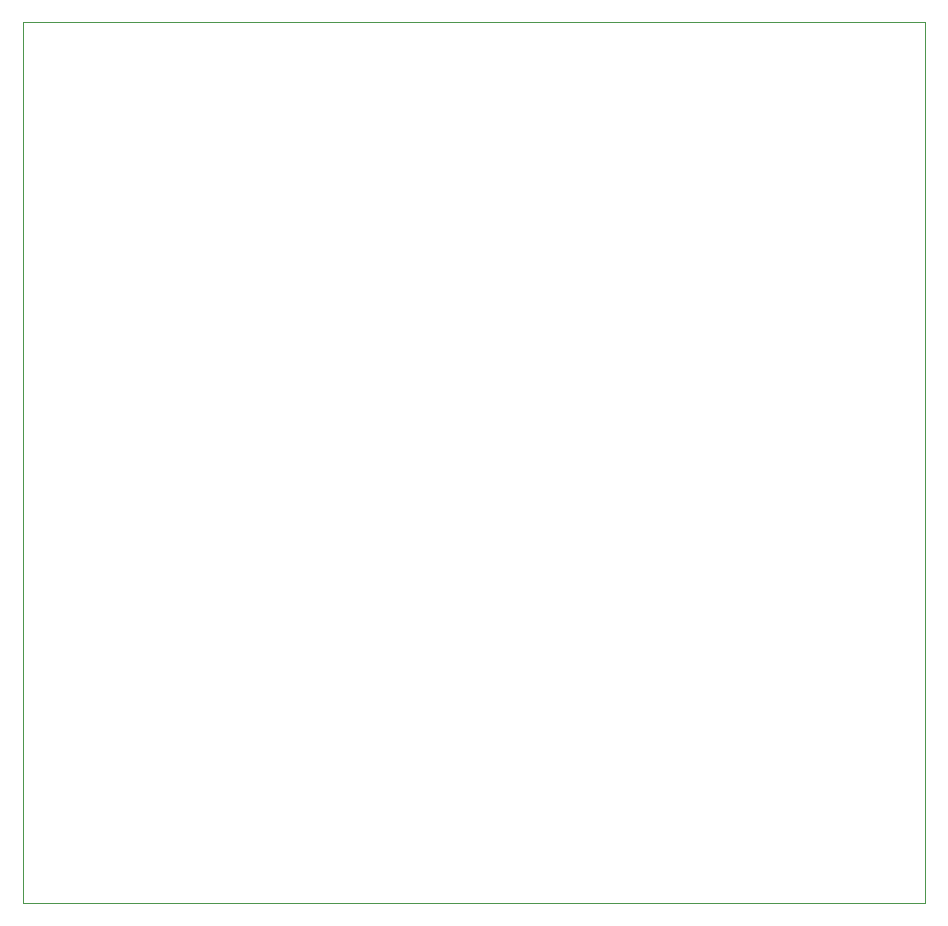
<source format=gm1>
G04 #@! TF.GenerationSoftware,KiCad,Pcbnew,7.0.7*
G04 #@! TF.CreationDate,2023-12-28T09:15:15+02:00*
G04 #@! TF.ProjectId,AD3 Front End Amplifier,41443320-4672-46f6-9e74-20456e642041,rev?*
G04 #@! TF.SameCoordinates,Original*
G04 #@! TF.FileFunction,Profile,NP*
%FSLAX46Y46*%
G04 Gerber Fmt 4.6, Leading zero omitted, Abs format (unit mm)*
G04 Created by KiCad (PCBNEW 7.0.7) date 2023-12-28 09:15:15*
%MOMM*%
%LPD*%
G01*
G04 APERTURE LIST*
G04 #@! TA.AperFunction,Profile*
%ADD10C,0.100000*%
G04 #@! TD*
G04 APERTURE END LIST*
D10*
X174892000Y-62230000D02*
X251270000Y-62230000D01*
X251270000Y-136830000D01*
X174892000Y-136830000D01*
X174892000Y-62230000D01*
M02*

</source>
